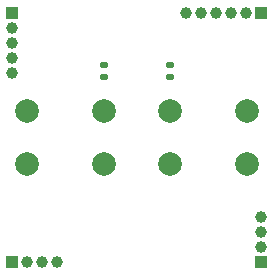
<source format=gbs>
%TF.GenerationSoftware,KiCad,Pcbnew,9.0.5-1.fc42*%
%TF.CreationDate,2025-12-03T02:48:56+01:00*%
%TF.ProjectId,Block-Switch-2H,426c6f63-6b2d-4537-9769-7463682d3248,1*%
%TF.SameCoordinates,Original*%
%TF.FileFunction,Soldermask,Bot*%
%TF.FilePolarity,Negative*%
%FSLAX46Y46*%
G04 Gerber Fmt 4.6, Leading zero omitted, Abs format (unit mm)*
G04 Created by KiCad (PCBNEW 9.0.5-1.fc42) date 2025-12-03 02:48:56*
%MOMM*%
%LPD*%
G01*
G04 APERTURE LIST*
G04 Aperture macros list*
%AMRoundRect*
0 Rectangle with rounded corners*
0 $1 Rounding radius*
0 $2 $3 $4 $5 $6 $7 $8 $9 X,Y pos of 4 corners*
0 Add a 4 corners polygon primitive as box body*
4,1,4,$2,$3,$4,$5,$6,$7,$8,$9,$2,$3,0*
0 Add four circle primitives for the rounded corners*
1,1,$1+$1,$2,$3*
1,1,$1+$1,$4,$5*
1,1,$1+$1,$6,$7*
1,1,$1+$1,$8,$9*
0 Add four rect primitives between the rounded corners*
20,1,$1+$1,$2,$3,$4,$5,0*
20,1,$1+$1,$4,$5,$6,$7,0*
20,1,$1+$1,$6,$7,$8,$9,0*
20,1,$1+$1,$8,$9,$2,$3,0*%
G04 Aperture macros list end*
%ADD10C,2.000000*%
%ADD11R,1.000000X1.000000*%
%ADD12C,1.000000*%
%ADD13RoundRect,0.135000X-0.185000X0.135000X-0.185000X-0.135000X0.185000X-0.135000X0.185000X0.135000X0*%
G04 APERTURE END LIST*
D10*
%TO.C,SW2*%
X141847300Y-111415000D03*
X148347300Y-111415000D03*
X141847300Y-115915000D03*
X148347300Y-115915000D03*
%TD*%
%TO.C,SW1*%
X129782700Y-111415000D03*
X136282700Y-111415000D03*
X129782700Y-115915000D03*
X136282700Y-115915000D03*
%TD*%
D11*
%TO.C,J4*%
X128525000Y-124205000D03*
D12*
X129795000Y-124205000D03*
X131065000Y-124205000D03*
X132335000Y-124205000D03*
%TD*%
D13*
%TO.C,R2*%
X141847300Y-107594400D03*
X141847300Y-108614400D03*
%TD*%
%TO.C,R1*%
X136282700Y-107594400D03*
X136282700Y-108614400D03*
%TD*%
D11*
%TO.C,J2*%
X149605000Y-124205000D03*
D12*
X149605000Y-122935000D03*
X149605000Y-121665000D03*
X149605000Y-120395000D03*
%TD*%
D11*
%TO.C,J1*%
X128525000Y-103125000D03*
D12*
X128525000Y-104395000D03*
X128525000Y-105665000D03*
X128525000Y-106935000D03*
X128525000Y-108205000D03*
%TD*%
D11*
%TO.C,J3*%
X149605000Y-103125000D03*
D12*
X148335000Y-103125000D03*
X147065000Y-103125000D03*
X145795000Y-103125000D03*
X144525000Y-103125000D03*
X143255000Y-103125000D03*
%TD*%
M02*

</source>
